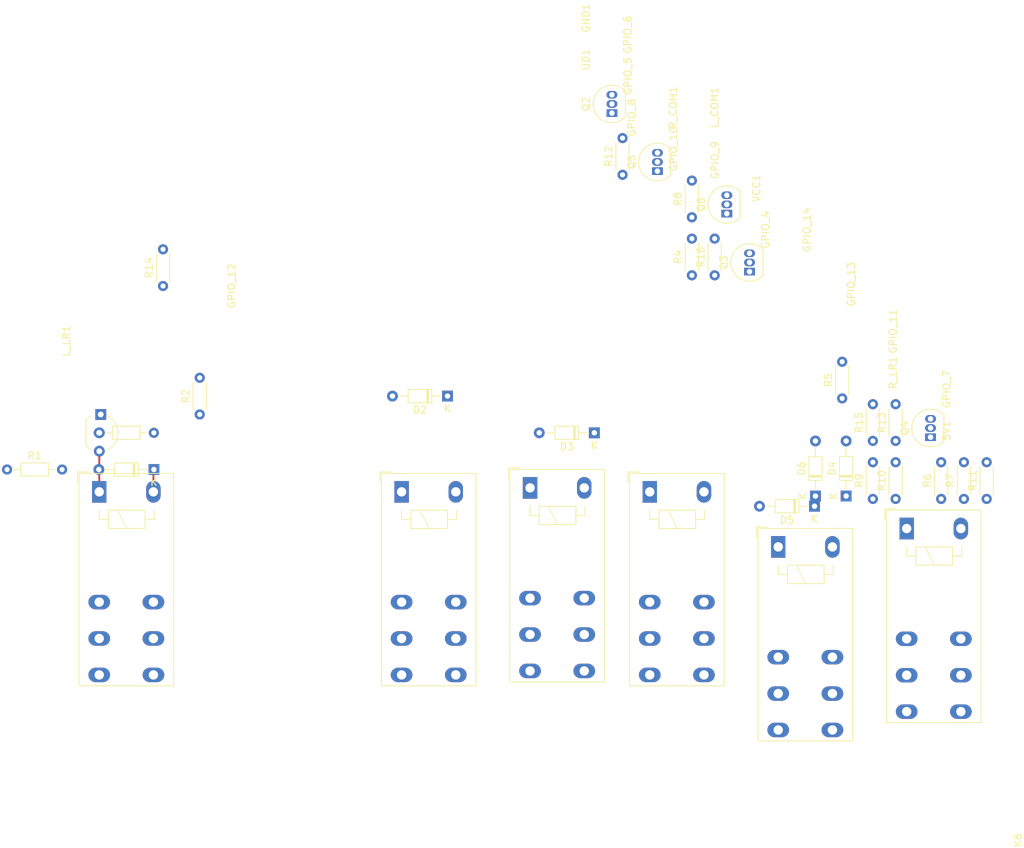
<source format=kicad_pcb>
(kicad_pcb (version 20211014) (generator pcbnew)
  (layers (0 "F.Cu" signal) (31 "B.Cu" signal) (34 "B.Paste" user) (35 "F.Paste" user) (36 "B.SilkS" user "B.Silkscreen") (37 "F.SilkS" user "F.Silkscreen") (38 "B.Mask" user) (39 "F.Mask" user) (44 "Edge.Cuts" user))
  (net 0 "")
  (net 1 "Net-(D1-Pad1)")
  (net 2 "Net-(D1-Pad2)")
  (net 3 "Net-(K2-PadA1)")
  (net 4 "Net-(K3-PadA1)")
  (net 5 "Net-(K4-PadA1)")
  (net 6 "Net-(K5-PadA1)")
  (net 7 "Net-(K6-PadA1)")
  (net 8 "Net-(K1-Pad11)")
  (net 9 "Net-(K1-Pad12)")
  (net 10 "Net-(K1-Pad14)")
  (net 14 "Net-(R4-Pad1)")
  (net 18 "Net-(R7-Pad1)")
  (net 22 "Net-(R10-Pad1)")
  (net 26 "Net-(R13-Pad1)")
  (net 30 "Net-(Q1-Pad1)")
  (net 35 "Net-(Q1-Pad2)")
  (net 36 "Net-(R6-Pad1)")
  (net 37 "Net-(R9-Pad1)")
  (net 38 "Net-(R12-Pad1)")
  (net 39 "Net-(R15-Pad1)")
  (net 40 "Net-(Q6-Pad2)")
  (net 41 "Net-(R1-Pad2)")
  (net 43 "Net-(R4-Pad2)")
  (net 45 "Net-(R7-Pad2)")
  (net 47 "Net-(R10-Pad2)")
  (net 49 "Net-(R13-Pad2)")
  (footprint "Relay_THT:Relay_DPDT_Schrack-RT2-FormC_RM5mm" (layer "F.Cu") (at 151.19 125.01 -90)
    (fp_text reference "K4" hide)
    (fp_text value "hk19f-dc5v-shg" hide)
    (fp_line (start 3.81 0) (end 3.81 -1.27) (layer "F.SilkS") (width 0.12))
    (fp_line (start -2.75 3) (end -1.25 3) (layer "F.SilkS") (width 0.12))
    (fp_line (start 5.08 -6.35) (end 2.54 -6.35) (layer "F.SilkS") (width 0.12))
    (fp_line (start 2.54 -2.54) (end 5.08 -3.81) (layer "F.SilkS") (width 0.1))
    (fp_line (start 2.54 -6.35) (end 2.54 -1.27) (layer "F.SilkS") (width 0.12))
    (fp_line (start 5.08 -1.27) (end 5.08 -6.35) (layer "F.SilkS") (width 0.12))
    (fp_line (start 2.54 -1.27) (end 3.81 -1.27) (layer "F.SilkS") (width 0.12))
    (fp_line (start 3.81 -6.35) (end 3.81 -7.62) (layer "F.SilkS") (width 0.12))
    (fp_line (start 26.85 2.8) (end 26.85 -10.3) (layer "F.SilkS") (width 0.12))
    (fp_line (start 3.81 -1.27) (end 5.08 -1.27) (layer "F.SilkS") (width 0.12))
    (fp_line (start -2.55 -10.3) (end -2.55 2.8) (layer "F.SilkS") (width 0.12))
    (fp_line (start 2.54 0) (end 3.81 0) (layer "F.SilkS") (width 0.12))
    (fp_line (start 26.85 -10.3) (end -2.55 -10.3) (layer "F.SilkS") (width 0.12))
    (fp_line (start 3.81 -7.62) (end 2.54 -7.62) (layer "F.SilkS") (width 0.12))
    (fp_line (start -2.55 2.8) (end 26.85 2.8) (layer "F.SilkS") (width 0.12))
    (fp_line (start -2.75 1.5) (end -2.75 3) (layer "F.SilkS") (width 0.12))
    (pad "11" thru_hole oval (at 20.3 0 90) (size 2 3) (drill 1.3) (layers *.Cu *.Mask) (net 22 "Net-(R10-Pad1)"))
    (pad "12" thru_hole oval (at 15.26 0 90) (size 2 3) (drill 1.3) (layers *.Cu *.Mask) (net 9 "Net-(K1-Pad12)"))
    (pad "14" thru_hole oval (at 25.34 0 90) (size 2 3) (drill 1.3) (layers *.Cu *.Mask) (net 10 "Net-(K1-Pad14)"))
    (pad "21" thru_hole oval (at 20.3 -7.5 90) (size 2 3) (drill 1.3) (layers *.Cu *.Mask))
    (pad "22" thru_hole oval (at 15.26 -7.5 90) (size 2 3) (drill 1.3) (layers *.Cu *.Mask))
    (pad "24" thru_hole oval (at 25.34 -7.5 90) (size 2 3) (drill 1.3) (layers *.Cu *.Mask))
    (pad "A1" thru_hole rect (at 0 0 90) (size 3 2) (drill 1.3) (layers *.Cu *.Mask) (net 5 "Net-(K4-PadA1)"))
    (pad "A2" thru_hole oval (at 0 -7.5 90) (size 3 2) (drill 1.3) (layers *.Cu *.Mask) (net 1 "Net-(D1-Pad1)"))
  )
  (footprint "Resistor_THT:R_Axial_DIN0204_L3.6mm_D1.6mm_P5.08mm_Horizontal" (layer "F.Cu") (at 191.52 125.99 90)
    (fp_text reference "R6" (at 2.54 -1.92 90) (layer "F.SilkS"))
    (fp_text value "220")
    (fp_line (start 0.62 -0.92) (end 4.46 -0.92) (layer "F.SilkS") (width 0.12))
    (fp_line (start 0.62 0.92) (end 4.46 0.92) (layer "F.SilkS") (width 0.12))
    (pad "1" thru_hole circle (at 0 0 90) (size 1.4 1.4) (drill 0.7) (layers *.Cu *.Mask) (net 36 "Net-(R6-Pad1)"))
    (pad "2" thru_hole oval (at 5.08 0 90) (size 1.4 1.4) (drill 0.7) (layers *.Cu *.Mask))
  )
  (footprint "Diode_THT:D_DO-34_SOD68_P7.62mm_Horizontal" (layer "F.Cu") (at 178.37 125.59 90)
    (fp_text reference "D4" (at 3.81 -1.92 90) (layer "F.SilkS"))
    (fp_text value "1N4002")
    (fp_text user "K" (at 0 -1.75 90) (layer "F.SilkS"))
    (fp_line (start 6.63 0) (end 5.45 0) (layer "F.SilkS") (width 0.12))
    (fp_line (start 2.746 -0.92) (end 2.746 0.92) (layer "F.SilkS") (width 0.12))
    (fp_line (start 5.45 -0.92) (end 2.17 -0.92) (layer "F.SilkS") (width 0.12))
    (fp_line (start 0.99 0) (end 2.17 0) (layer "F.SilkS") (width 0.12))
    (fp_line (start 2.17 -0.92) (end 2.17 0.92) (layer "F.SilkS") (width 0.12))
    (fp_line (start 2.17 0.92) (end 5.45 0.92) (layer "F.SilkS") (width 0.12))
    (fp_line (start 2.866 -0.92) (end 2.866 0.92) (layer "F.SilkS") (width 0.12))
    (fp_line (start 2.626 -0.92) (end 2.626 0.92) (layer "F.SilkS") (width 0.12))
    (fp_line (start 5.45 0.92) (end 5.45 -0.92) (layer "F.SilkS") (width 0.12))
    (pad "1" thru_hole rect (at 0 0 90) (size 1.5 1.5) (drill 0.75) (layers *.Cu *.Mask) (net 1 "Net-(D1-Pad1)"))
    (pad "2" thru_hole oval (at 7.62 0 90) (size 1.5 1.5) (drill 0.75) (layers *.Cu *.Mask) (net 5 "Net-(K4-PadA1)"))
  )
  (footprint "MountingHole:MountingHole_2.1mm" (layer "F.Cu") (at 169.16 82.99 90)
    (fp_text reference "VCC1" (at 0 -3.2 90) (layer "F.SilkS"))
    (fp_text value "L_COM")
    (pad "" np_thru_hole circle (at 0 0 90) (size 2.1 2.1) (drill 2.1) (layers *.Cu *.Mask))
  )
  (footprint "Package_TO_SOT_THT:TO-92_Inline_Wide" (layer "F.Cu") (at 75 114.3 -90)
    (fp_text reference "Q1" hide)
    (fp_text value "2N3904" hide)
    (fp_line (start 0.74 1.85) (end 4.34 1.85) (layer "F.SilkS") (width 0.12))
    (fp_arc (start 0.1836 -1.098807) (mid 1.143021 -2.192817) (end 2.54 -2.6) (layer "F.SilkS") (width 0.12))
    (fp_arc (start 2.54 -2.6) (mid 3.936979 -2.192818) (end 4.8964 -1.098807) (layer "F.SilkS") (width 0.12))
    (fp_arc (start 0.74 1.85) (mid 0.446097 1.509328) (end 0.215816 1.122795) (layer "F.SilkS") (width 0.12))
    (fp_arc (start 4.864184 1.122795) (mid 4.633903 1.509328) (end 4.34 1.85) (layer "F.SilkS") (width 0.12))
    (pad "1" thru_hole rect (at 0 -0.2 270) (size 1.5 1.5) (drill 0.8) (layers *.Cu *.Mask) (net 30 "Net-(Q1-Pad1)"))
    (pad "2" thru_hole circle (at 2.54 0 270) (size 1.5 1.5) (drill 0.8) (layers *.Cu *.Mask) (net 35 "Net-(Q1-Pad2)"))
    (pad "3" thru_hole circle (at 5.08 0 270) (size 1.5 1.5) (drill 0.8) (layers *.Cu *.Mask) (net 2 "Net-(D1-Pad2)"))
  )
  (footprint "MountingHole:MountingHole_2.1mm" (layer "F.Cu") (at 170.41 88.74 90)
    (fp_text reference "GPIO_4" (at 0 -3.2 90) (layer "F.SilkS"))
    (fp_text value "L_COM")
    (pad "" np_thru_hole circle (at 0 0 90) (size 2.1 2.1) (drill 2.1) (layers *.Cu *.Mask))
  )
  (footprint "MountingHole:MountingHole_2.1mm" (layer "F.Cu") (at 188.06 108.53 90)
    (fp_text reference "R_LR1" (at 0 -3.2 90) (layer "F.SilkS"))
    (fp_text value "L_COM")
    (pad "" np_thru_hole circle (at 0 0 90) (size 2.1 2.1) (drill 2.1) (layers *.Cu *.Mask))
  )
  (footprint "Resistor_THT:R_Axial_DIN0204_L3.6mm_D1.6mm_P5.08mm_Horizontal" (layer "F.Cu") (at 185.22 117.96 90)
    (fp_text reference "R13" (at 2.54 -1.92 90) (layer "F.SilkS"))
    (fp_text value "2.2k")
    (fp_line (start 0.62 -0.92) (end 4.46 -0.92) (layer "F.SilkS") (width 0.12))
    (fp_line (start 0.62 0.92) (end 4.46 0.92) (layer "F.SilkS") (width 0.12))
    (pad "1" thru_hole circle (at 0 0 90) (size 1.4 1.4) (drill 0.7) (layers *.Cu *.Mask) (net 26 "Net-(R13-Pad1)"))
    (pad "2" thru_hole oval (at 5.08 0 90) (size 1.4 1.4) (drill 0.7) (layers *.Cu *.Mask) (net 49 "Net-(R13-Pad2)"))
  )
  (footprint "MountingHole:MountingHole_2.1mm" (layer "F.Cu") (at 176.16 88.74 90)
    (fp_text reference "GPIO_14" (at 0 -3.2 90) (layer "F.SilkS"))
    (fp_text value "L_COM")
    (pad "" np_thru_hole circle (at 0 0 90) (size 2.1 2.1) (drill 2.1) (layers *.Cu *.Mask))
  )
  (footprint "Diode_THT:D_DO-34_SOD68_P7.62mm_Horizontal" (layer "F.Cu") (at 123.195 111.76 180)
    (fp_text reference "D2" (at 3.81 -1.92 180) (layer "F.SilkS"))
    (fp_text value "1N4002")
    (fp_text user "K" (at 0 -1.75 180) (layer "F.SilkS"))
    (fp_line (start 0.99 0) (end 2.17 0) (layer "F.SilkS") (width 0.12))
    (fp_line (start 2.17 0.92) (end 5.45 0.92) (layer "F.SilkS") (width 0.12))
    (fp_line (start 5.45 -0.92) (end 2.17 -0.92) (layer "F.SilkS") (width 0.12))
    (fp_line (start 2.626 -0.92) (end 2.626 0.92) (layer "F.SilkS") (width 0.12))
    (fp_line (start 2.17 -0.92) (end 2.17 0.92) (layer "F.SilkS") (width 0.12))
    (fp_line (start 5.45 0.92) (end 5.45 -0.92) (layer "F.SilkS") (width 0.12))
    (fp_line (start 6.63 0) (end 5.45 0) (layer "F.SilkS") (width 0.12))
    (fp_line (start 2.866 -0.92) (end 2.866 0.92) (layer "F.SilkS") (width 0.12))
    (fp_line (start 2.746 -0.92) (end 2.746 0.92) (layer "F.SilkS") (width 0.12))
    (pad "1" thru_hole rect (at 0 0 180) (size 1.5 1.5) (drill 0.75) (layers *.Cu *.Mask) (net 1 "Net-(D1-Pad1)"))
    (pad "2" thru_hole oval (at 7.62 0 180) (size 1.5 1.5) (drill 0.75) (layers *.Cu *.Mask) (net 3 "Net-(K2-PadA1)"))
  )
  (footprint "MountingHole:MountingHole_2.1mm" (layer "F.Cu") (at 145.57 65.19 90)
    (fp_text reference "UD1" (at 0 -3.2 90) (layer "F.SilkS"))
    (fp_text value "L_COM")
    (pad "" np_thru_hole circle (at 0 0 90) (size 2.1 2.1) (drill 2.1) (layers *.Cu *.Mask))
  )
  (footprint "Resistor_THT:R_Axial_DIN0204_L3.6mm_D1.6mm_P5.08mm_Horizontal" (layer "F.Cu") (at 182.07 125.99 90)
    (fp_text reference "R9" (at 2.54 -1.92 90) (layer "F.SilkS"))
    (fp_text value "220")
    (fp_line (start 0.62 -0.92) (end 4.46 -0.92) (layer "F.SilkS") (width 0.12))
    (fp_line (start 0.62 0.92) (end 4.46 0.92) (layer "F.SilkS") (width 0.12))
    (pad "1" thru_hole circle (at 0 0 90) (size 1.4 1.4) (drill 0.7) (layers *.Cu *.Mask) (net 37 "Net-(R9-Pad1)"))
    (pad "2" thru_hole oval (at 5.08 0 90) (size 1.4 1.4) (drill 0.7) (layers *.Cu *.Mask))
  )
  (footprint "Resistor_THT:R_Axial_DIN0204_L3.6mm_D1.6mm_P7.62mm_Horizontal" (layer "F.Cu") (at 62.23 121.92)
    (fp_text reference "R1" (at 3.81 -1.92) (layer "F.SilkS"))
    (fp_text value "2.2k")
    (fp_line (start 1.89 0.92) (end 5.73 0.92) (layer "F.SilkS") (width 0.12))
    (fp_line (start 5.73 0.92) (end 5.73 -0.92) (layer "F.SilkS") (width 0.12))
    (fp_line (start 1.89 -0.92) (end 1.89 0.92) (layer "F.SilkS") (width 0.12))
    (fp_line (start 6.68 0) (end 5.73 0) (layer "F.SilkS") (width 0.12))
    (fp_line (start 0.94 0) (end 1.89 0) (layer "F.SilkS") (width 0.12))
    (fp_line (start 5.73 -0.92) (end 1.89 -0.92) (layer "F.SilkS") (width 0.12))
    (pad "1" thru_hole circle (at 0 0) (size 1.4 1.4) (drill 0.7) (layers *.Cu *.Mask) (net 8 "Net-(K1-Pad11)"))
    (pad "2" thru_hole oval (at 7.62 0) (size 1.4 1.4) (drill 0.7) (layers *.Cu *.Mask) (net 41 "Net-(R1-Pad2)"))
  )
  (footprint "Resistor_THT:R_Axial_DIN0204_L3.6mm_D1.6mm_P5.08mm_Horizontal" (layer "F.Cu") (at 182.07 117.96 90)
    (fp_text reference "R15" (at 2.54 -1.92 90) (layer "F.SilkS"))
    (fp_text value "220")
    (fp_line (start 0.62 -0.92) (end 4.46 -0.92) (layer "F.SilkS") (width 0.12))
    (fp_line (start 0.62 0.92) (end 4.46 0.92) (layer "F.SilkS") (width 0.12))
    (pad "1" thru_hole circle (at 0 0 90) (size 1.4 1.4) (drill 0.7) (layers *.Cu *.Mask) (net 39 "Net-(R15-Pad1)"))
    (pad "2" thru_hole oval (at 5.08 0 90) (size 1.4 1.4) (drill 0.7) (layers *.Cu *.Mask))
  )
  (footprint "Resistor_THT:R_Axial_DIN0204_L3.6mm_D1.6mm_P5.08mm_Horizontal" (layer "F.Cu") (at 147.42 81.13 90)
    (fp_text reference "R12" (at 2.54 -1.92 90) (layer "F.SilkS"))
    (fp_text value "220")
    (fp_line (start 0.62 -0.92) (end 4.46 -0.92) (layer "F.SilkS") (width 0.12))
    (fp_line (start 0.62 0.92) (end 4.46 0.92) (layer "F.SilkS") (width 0.12))
    (pad "1" thru_hole circle (at 0 0 90) (size 1.4 1.4) (drill 0.7) (layers *.Cu *.Mask) (net 38 "Net-(R12-Pad1)"))
    (pad "2" thru_hole oval (at 5.08 0 90) (size 1.4 1.4) (drill 0.7) (layers *.Cu *.Mask))
  )
  (footprint "Package_TO_SOT_THT:TO-92_Inline" (layer "F.Cu") (at 152.25 80.62 90)
    (fp_text reference "Q5" (at 1.27 -3.56 90) (layer "F.SilkS"))
    (fp_text value "2N3904")
    (fp_line (start -0.53 1.85) (end 3.07 1.85) (layer "F.SilkS") (width 0.12))
    (fp_arc (start -0.568478 1.838478) (mid -1.132087 -0.994977) (end 1.27 -2.6) (layer "F.SilkS") (width 0.12))
    (fp_arc (start 1.27 -2.6) (mid 3.672087 -0.994977) (end 3.108478 1.838478) (layer "F.SilkS") (width 0.12))
    (pad "1" thru_hole rect (at 0 0 90) (size 1.05 1.5) (drill 0.75) (layers *.Cu *.Mask) (net 30 "Net-(Q1-Pad1)"))
    (pad "2" thru_hole oval (at 1.27 0 90) (size 1.05 1.5) (drill 0.75) (layers *.Cu *.Mask) (net 39 "Net-(R15-Pad1)"))
    (pad "3" thru_hole oval (at 2.54 0 90) (size 1.05 1.5) (drill 0.75) (layers *.Cu *.Mask) (net 6 "Net-(K5-PadA1)"))
  )
  (footprint "MountingHole:MountingHole_2.1mm" (layer "F.Cu") (at 73.66 104.14 90)
    (fp_text reference "L_LR1" (at 0 -3.2 90) (layer "F.SilkS"))
    (fp_text value "L_COM")
    (pad "" np_thru_hole circle (at 0 0 90) (size 2.1 2.1) (drill 2.1) (layers *.Cu *.Mask))
  )
  (footprint "Resistor_THT:R_Axial_DIN0204_L3.6mm_D1.6mm_P5.08mm_Horizontal" (layer "F.Cu") (at 157.02 95.04 90)
    (fp_text reference "R4" (at 2.54 -1.92 90) (layer "F.SilkS"))
    (fp_text value "2.2k")
    (fp_line (start 0.62 -0.92) (end 4.46 -0.92) (layer "F.SilkS") (width 0.12))
    (fp_line (start 0.62 0.92) (end 4.46 0.92) (layer "F.SilkS") (width 0.12))
    (pad "1" thru_hole circle (at 0 0 90) (size 1.4 1.4) (drill 0.7) (layers *.Cu *.Mask) (net 14 "Net-(R4-Pad1)"))
    (pad "2" thru_hole oval (at 5.08 0 90) (size 1.4 1.4) (drill 0.7) (layers *.Cu *.Mask) (net 43 "Net-(R4-Pad2)"))
  )
  (footprint "MountingHole:MountingHole_2.1mm" (layer "F.Cu") (at 195.46 116.56 90)
    (fp_text reference "5V1" (at 0 -3.2 90) (layer "F.SilkS"))
    (fp_text value "L_COM")
    (pad "" np_thru_hole circle (at 0 0 90) (size 2.1 2.1) (drill 2.1) (layers *.Cu *.Mask))
  )
  (footprint "Package_TO_SOT_THT:TO-92_Inline" (layer "F.Cu") (at 165 94.53 90)
    (fp_text reference "Q3" (at 1.27 -3.56 90) (layer "F.SilkS"))
    (fp_text value "2N3904")
    (fp_line (start -0.53 1.85) (end 3.07 1.85) (layer "F.SilkS") (width 0.12))
    (fp_arc (start 1.27 -2.6) (mid 3.672087 -0.994977) (end 3.108478 1.838478) (layer "F.SilkS") (width 0.12))
    (fp_arc (start -0.568478 1.838478) (mid -1.132087 -0.994977) (end 1.27 -2.6) (layer "F.SilkS") (width 0.12))
    (pad "1" thru_hole rect (at 0 0 90) (size 1.05 1.5) (drill 0.75) (layers *.Cu *.Mask) (net 30 "Net-(Q1-Pad1)"))
    (pad "2" thru_hole oval (at 1.27 0 90) (size 1.05 1.5) (drill 0.75) (layers *.Cu *.Mask) (net 37 "Net-(R9-Pad1)"))
    (pad "3" thru_hole oval (at 2.54 0 90) (size 1.05 1.5) (drill 0.75) (layers *.Cu *.Mask) (net 4 "Net-(K3-PadA1)"))
  )
  (footprint "MountingHole:MountingHole_2.1mm" (layer "F.Cu") (at 151.36 67.47 90)
    (fp_text reference "GPIO_5" (at 0 -3.2 90) (layer "F.SilkS"))
    (fp_text value "L_COM")
    (pad "" np_thru_hole circle (at 0 0 90) (size 2.1 2.1) (drill 2.1) (layers *.Cu *.Mask))
  )
  (footprint "Package_TO_SOT_THT:TO-92_Inline" (layer "F.Cu") (at 145.95 72.59 90)
    (fp_text reference "Q2" (at 1.27 -3.56 90) (layer "F.SilkS"))
    (fp_text value "2N3904")
    (fp_line (start -0.53 1.85) (end 3.07 1.85) (layer "F.SilkS") (width 0.12))
    (fp_arc (start -0.568478 1.838478) (mid -1.132087 -0.994977) (end 1.27 -2.6) (layer "F.SilkS") (width 0.12))
    (fp_arc (start 1.27 -2.6) (mid 3.672087 -0.994977) (end 3.108478 1.838478) (layer "F.SilkS") (width 0.12))
    (pad "1" thru_hole rect (at 0 0 90) (size 1.05 1.5) (drill 0.75) (layers *.Cu *.Mask) (net 30 "Net-(Q1-Pad1)"))
    (pad "2" thru_hole oval (at 1.27 0 90) (size 1.05 1.5) (drill 0.75) (layers *.Cu *.Mask) (net 36 "Net-(R6-Pad1)"))
    (pad "3" thru_hole oval (at 2.54 0 90) (size 1.05 1.5) (drill 0.75) (layers *.Cu *.Mask) (net 3 "Net-(K2-PadA1)"))
  )
  (footprint "Resistor_THT:R_Axial_DIN0204_L3.6mm_D1.6mm_P5.08mm_Horizontal" (layer "F.Cu") (at 88.9 114.3 90)
    (fp_text reference "R2" (at 2.54 -1.92 90) (layer "F.SilkS"))
    (fp_text value "1k")
    (fp_line (start 0.62 -0.92) (end 4.46 -0.92) (layer "F.SilkS") (width 0.12))
    (fp_line (start 0.62 0.92) (end 4.46 0.92) (layer "F.SilkS") (width 0.12))
    (pad "1" thru_hole circle (at 0 0 90) (size 1.4 1.4) (drill 0.7) (layers *.Cu *.Mask) (net 41 "Net-(R1-Pad2)"))
    (pad "2" thru_hole oval (at 5.08 0 90) (size 1.4 1.4) (drill 0.7) (layers *.Cu *.Mask) (net 30 "Net-(Q1-Pad1)"))
  )
  (footprint "Diode_THT:D_DO-34_SOD68_P7.62mm_Horizontal" (layer "F.Cu") (at 82.555 121.92 180)
    (fp_text reference "D1" hide)
    (fp_text value "1N4002" hide)
    (fp_text user "K" (at 0 -1.75) (layer "F.SilkS"))
    (fp_line (start 2.866 -0.92) (end 2.866 0.92) (layer "F.SilkS") (width 0.12))
    (fp_line (start 2.17 0.92) (end 5.45 0.92) (layer "F.SilkS") (width 0.12))
    (fp_line (start 2.17 -0.92) (end 2.17 0.92) (layer "F.SilkS") (width 0.12))
    (fp_line (start 5.45 -0.92) (end 2.17 -0.92) (layer "F.SilkS") (width 0.12))
    (fp_line (start 2.746 -0.92) (end 2.746 0.92) (layer "F.SilkS") (width 0.12))
    (fp_line (start 2.626 -0.92) (end 2.626 0.92) (layer "F.SilkS") (width 0.12))
    (fp_line (start 0.99 0) (end 2.17 0) (layer "F.SilkS") (width 0.12))
    (fp_line (start 6.63 0) (end 5.45 0) (layer "F.SilkS") (width 0.12))
    (fp_line (start 5.45 0.92) (end 5.45 -0.92) (layer "F.SilkS") (width 0.12))
    (pad "1" thru_hole rect (at 0 0 180) (size 1.5 1.5) (drill 0.75) (layers *.Cu *.Mask) (net 1 "Net-(D1-Pad1)"))
    (pad "2" thru_hole oval (at 7.62 0 180) (size 1.5 1.5) (drill 0.75) (layers *.Cu *.Mask) (net 2 "Net-(D1-Pad2)"))
  )
  (footprint "Resistor_THT:R_Axial_DIN0204_L3.6mm_D1.6mm_P5.08mm_Horizontal" (layer "F.Cu") (at 197.82 125.99 90)
    (fp_text reference "R11" (at 2.54 -1.92 90) (layer "F.SilkS"))
    (fp_text value "1k")
    (fp_line (start 0.62 0.92) (end 4.46 0.92) (layer "F.SilkS") (width 0.12))
    (fp_line (start 0.62 -0.92) (end 4.46 -0.92) (layer "F.SilkS") (width 0.12))
    (pad "1" thru_hole circle (at 0 0 90) (size 1.4 1.4) (drill 0.7) (layers *.Cu *.Mask) (net 47 "Net-(R10-Pad2)"))
    (pad "2" thru_hole oval (at 5.08 0 90) (size 1.4 1.4) (drill 0.7) (layers *.Cu *.Mask) (net 30 "Net-(Q1-Pad1)"))
  )
  (footprint "Relay_THT:Relay_DPDT_Schrack-RT2-FormC_RM5mm" (layer "F.Cu") (at 116.84 125.01 -90)
    (fp_text reference "K2" hide)
    (fp_text value "hk19f-dc5v-shg" hide)
    (fp_line (start 3.81 -1.27) (end 5.08 -1.27) (layer "F.SilkS") (width 0.12))
    (fp_line (start 26.85 2.8) (end 26.85 -10.3) (layer "F.SilkS") (width 0.12))
    (fp_line (start 5.08 -6.35) (end 2.54 -6.35) (layer "F.SilkS") (width 0.12))
    (fp_line (start -2.55 -10.3) (end -2.55 2.8) (layer "F.SilkS") (width 0.12))
    (fp_line (start 3.81 0) (end 3.81 -1.27) (layer "F.SilkS") (width 0.12))
    (fp_line (start 3.81 -7.62) (end 2.54 -7.62) (layer "F.SilkS") (width 0.12))
    (fp_line (start -2.55 2.8) (end 26.85 2.8) (layer "F.SilkS") (width 0.12))
    (fp_line (start 5.08 -1.27) (end 5.08 -6.35) (layer "F.SilkS") (width 0.12))
    (fp_line (start 2.54 -6.35) (end 2.54 -1.27) (layer "F.SilkS") (width 0.12))
    (fp_line (start 2.54 0) (end 3.81 0) (layer "F.SilkS") (width 0.12))
    (fp_line (start -2.75 1.5) (end -2.75 3) (layer "F.SilkS") (width 0.12))
    (fp_line (start 2.54 -2.54) (end 5.08 -3.81) (layer "F.SilkS") (width 0.1))
    (fp_line (start 26.85 -10.3) (end -2.55 -10.3) (layer "F.SilkS") (width 0.12))
    (fp_line (start 3.81 -6.35) (end 3.81 -7.62) (layer "F.SilkS") (width 0.12))
    (fp_line (start -2.75 3) (end -1.25 3) (layer "F.SilkS") (width 0.12))
    (fp_line (start 2.54 -1.27) (end 3.81 -1.27) (layer "F.SilkS") (width 0.12))
    (pad "11" thru_hole oval (at 20.3 0 90) (size 2 3) (drill 1.3) (layers *.Cu *.Mask) (net 14 "Net-(R4-Pad1)"))
    (pad "12" thru_hole oval (at 15.26 0 90) (size 2 3) (drill 1.3) (layers *.Cu *.Mask) (net 9 "Net-(K1-Pad12)"))
    (pad "14" thru_hole oval (at 25.34 0 90) (size 2 3) (drill 1.3) (layers *.Cu *.Mask) (net 10 "Net-(K1-Pad14)"))
    (pad "21" thru_hole oval (at 20.3 -7.5 90) (size 2 3) (drill 1.3) (layers *.Cu *.Mask))
    (pad "22" thru_hole oval (at 15.26 -7.5 90) (size 2 3) (drill 1.3) (layers *.Cu *.Mask))
    (pad "24" thru_hole oval (at 25.34 -7.5 90) (size 2 3) (drill 1.3) (layers *.Cu *.Mask))
    (pad "A1" thru_hole rect (at 0 0 90) (size 3 2) (drill 1.3) (layers *.Cu *.Mask) (net 3 "Net-(K2-PadA1)"))
    (pad "A2" thru_hole oval (at 0 -7.5 90) (size 3 2) (drill 1.3) (layers *.Cu *.Mask) (net 1 "Net-(D1-Pad1)"))
  )
  (footprint "MountingHole:MountingHole_2.1mm" (layer "F.Cu") (at 151.32 61.72 90)
    (fp_text reference "GPIO_6" (at 0 -3.2 90) (layer "F.SilkS"))
    (fp_text value "L_COM")
    (pad "" np_thru_hole circle (at 0 0 90) (size 2.1 2.1) (drill 2.1) (layers *.Cu *.Mask))
  )
  (footprint "MountingHole:MountingHole_2.1mm" (layer "F.Cu") (at 182.27 96.27 90)
    (fp_text reference "GPIO_13" (at 0 -3.2 90) (layer "F.SilkS"))
    (fp_text value "L_COM")
    (pad "" np_thru_hole circle (at 0 0 90) (size 2.1 2.1) (drill 2.1) (layers *.Cu *.Mask))
  )
  (footprint "MountingHole:MountingHole_2.1mm" (layer "F.Cu") (at 195.46 110.81 90)
    (fp_text reference "GPIO_7" (at 0 -3.2 90) (layer "F.SilkS"))
    (fp_text value "L_COM")
    (pad "" np_thru_hole circle (at 0 0 90) (size 2.1 2.1) (drill 2.1) (layers *.Cu *.Mask))
  )
  (footprint "Package_TO_SOT_THT:TO-92_Inline" (layer "F.Cu") (at 190.05 117.45 90)
    (fp_text reference "Q4" (at 1.27 -3.56 90) (layer "F.SilkS"))
    (fp_text value "2N3904")
    (fp_line (start -0.53 1.85) (end 3.07 1.85) (layer "F.SilkS") (width 0.12))
    (fp_arc (start 1.27 -2.6) (mid 3.672087 -0.994977) (end 3.108478 1.838478) (layer "F.SilkS") (width 0.12))
    (fp_arc (start -0.568478 1.838478) (mid -1.132087 -0.994977) (end 1.27 -2.6) (layer "F.SilkS") (width 0.12))
    (pad "1" thru_hole rect (at 0 0 90) (size 1.05 1.5) (drill 0.75) (layers *.Cu *.Mask) (net 30 "Net-(Q1-Pad1)"))
    (pad "2" thru_hole oval (at 1.27 0 90) (size 1.05 1.5) (drill 0.75) (layers *.Cu *.Mask) (net 38 "Net-(R12-Pad1)"))
    (pad "3" thru_hole oval (at 2.54 0 90) (size 1.05 1.5) (drill 0.75) (layers *.Cu *.Mask) (net 5 "Net-(K4-PadA1)"))
  )
  (footprint "Relay_THT:Relay_DPDT_Schrack-RT2-FormC_RM5mm" (layer "F.Cu") (at 168.97 132.63 -90)
    (fp_text reference "K5" hide)
    (fp_text value "hk19f-dc5v-shg" hide)
    (fp_line (start 26.85 2.8) (end 26.85 -10.3) (layer "F.SilkS") (width 0.12))
    (fp_line (start 3.81 0) (end 3.81 -1.27) (layer "F.SilkS") (width 0.12))
    (fp_line (start 2.54 -1.27) (end 3.81 -1.27) (layer "F.SilkS") (width 0.12))
    (fp_line (start 3.81 -7.62) (end 2.54 -7.62) (layer "F.SilkS") (width 0.12))
    (fp_line (start 3.81 -1.27) (end 5.08 -1.27) (layer "F.SilkS") (width 0.12))
    (fp_line (start 2.54 0) (end 3.81 0) (layer "F.SilkS") (width 0.12))
    (fp_line (start 5.08 -6.35) (end 2.54 -6.35) (layer "F.SilkS") (width 0.12))
    (fp_line (start 5.08 -1.27) (end 5.08 -6.35) (layer "F.SilkS") (width 0.12))
    (fp_line (start 2.54 -2.54) (end 5.08 -3.81) (layer "F.SilkS") (width 0.1))
    (fp_line (start 3.81 -6.35) (end 3.81 -7.62) (layer "F.SilkS") (width 0.12))
    (fp_line (start -2.75 3) (end -1.25 3) (layer "F.SilkS") (width 0.12))
    (fp_line (start 2.54 -6.35) (end 2.54 -1.27) (layer "F.SilkS") (width 0.12))
    (fp_line (start -2.55 -10.3) (end -2.55 2.8) (layer "F.SilkS") (width 0.12))
    (fp_line (start -2.75 1.5) (end -2.75 3) (layer "F.SilkS") (width 0.12))
    (fp_line (start 26.85 -10.3) (end -2.55 -10.3) (layer "F.SilkS") (width 0.12))
    (fp_line (start -2.55 2.8) (end 26.85 2.8) (layer "F.SilkS") (width 0.12))
    (pad "11" thru_hole oval (at 20.3 0 90) (size 2 3) (drill 1.3) (layers *.Cu *.Mask) (net 26 "Net-(R13-Pad1)"))
    (pad "12" thru_hole oval (at 15.26 0 90) (size 2 3) (drill 1.3) (layers *.Cu *.Mask) (net 9 "Net-(K1-Pad12)"))
    (pad "14" thru_hole oval (at 25.34 0 90) (size 2 3) (drill 1.3) (layers *.Cu *.Mask) (net 10 "Net-(K1-Pad14)"))
    (pad "21" thru_hole oval (at 20.3 -7.5 90) (size 2 3) (drill 1.3) (layers *.Cu *.Mask))
    (pad "22" thru_hole oval (at 15.26 -7.5 90) (size 2 3) (drill 1.3) (layers *.Cu *.Mask))
    (pad "24" thru_hole oval (at 25.34 -7.5 90) (size 2 3) (drill 1.3) (layers *.Cu *.Mask))
    (pad "A1" thru_hole rect (at 0 0 90) (size 3 2) (drill 1.3) (layers *.Cu *.Mask) (net 6 "Net-(K5-PadA1)"))
    (pad "A2" thru_hole oval (at 0 -7.5 90) (size 3 2) (drill 1.3) (layers *.Cu *.Mask) (net 1 "Net-(D1-Pad1)"))
  )
  (footprint "Package_TO_SOT_THT:TO-92_Inline" (layer "F.Cu") (at 161.85 86.5 90)
    (fp_text reference "Q6" (at 1.27 -3.56 90) (layer "F.SilkS"))
    (fp_text value "2N3904")
    (fp_line (start -0.53 1.85) (end 3.07 1.85) (layer "F.SilkS") (width 0.12))
    (fp_arc (start 1.27 -2.6) (mid 3.672087 -0.994977) (end 3.108478 1.838478) (layer "F.SilkS") (width 0.12))
    (fp_arc (start -0.568478 1.838478) (mid -1.132087 -0.994977) (end 1.27 -2.6) (layer "F.SilkS") (width 0.12))
    (pad "1" thru_hole rect (at 0 0 90) (size 1.05 1.5) (drill 0.75) (layers *.Cu *.Mask) (net 30 "Net-(Q1-Pad1)"))
    (pad "2" thru_hole oval (at 1.27 0 90) (size 1.05 1.5) (drill 0.75) (layers *.Cu *.Mask) (net 40 "Net-(Q6-Pad2)"))
    (pad "3" thru_hole oval (at 2.54 0 90) (size 1.05 1.5) (drill 0.75) (layers *.Cu *.Mask) (net 7 "Net-(K6-PadA1)"))
  )
  (footprint "MountingHole:MountingHole_2.1mm" (layer "F.Cu") (at 157.66 77.58 90)
    (fp_text reference "GPIO_10" (at 0 -3.2 90) (layer "F.SilkS"))
    (fp_text value "L_COM")
    (pad "" np_thru_hole circle (at 0 0 90) (size 2.1 2.1) (drill 2.1) (layers *.Cu *.Mask))
  )
  (footprint "Resistor_THT:R_Axial_DIN0204_L3.6mm_D1.6mm_P5.08mm_Horizontal" (layer "F.Cu") (at 185.22 125.99 90)
    (fp_text reference "R10" (at 2.54 -1.92 90) (layer "F.SilkS"))
    (fp_text value "2.2k")
    (fp_line (start 0.62 0.92) (end 4.46 0.92) (layer "F.SilkS") (width 0.12))
    (fp_line (start 0.62 -0.92) (end 4.46 -0.92) (layer "F.SilkS") (width 0.12))
    (pad "1" thru_hole circle (at 0 0 90) (size 1.4 1.4) (drill 0.7) (layers *.Cu *.Mask) (net 22 "Net-(R10-Pad1)"))
    (pad "2" thru_hole oval (at 5.08 0 90) (size 1.4 1.4) (drill 0.7) (layers *.Cu *.Mask) (net 47 "Net-(R10-Pad2)"))
  )
  (footprint "MountingHole:MountingHole_2.1mm" (layer "F.Cu") (at 151.87 73.22 90)
    (fp_text reference "GPIO_8" (at 0 -3.2 90) (layer "F.SilkS"))
    (fp_text value "L_COM")
    (pad "" np_thru_hole circle (at 0 0 90) (size 2.1 2.1) (drill 2.1) (layers *.Cu *.Mask))
  )
  (footprint "MountingHole:MountingHole_2.1mm" (layer "F.Cu") (at 188.06 102.78 90)
    (fp_text reference "GPIO_11" (at 0 -3.2 90) (layer "F.SilkS"))
    (fp_text value "L_COM")
    (pad "" np_thru_hole circle (at 0 0 90) (size 2.1 2.1) (drill 2.1) (layers *.Cu *.Mask))
  )
  (footprint "Resistor_THT:R_Axial_DIN0204_L3.6mm_D1.6mm_P7.62mm_Horizontal" (layer "F.Cu") (at 74.93 116.84)
    (fp_text reference "R3" hide)
    (fp_text value "220" hide)
    (fp_line (start 0.94 0) (end 1.89 0) (layer "F.SilkS") (width 0.12))
    (fp_line (start 1.89 -0.92) (end 1.89 0.92) (layer "F.SilkS") (width 0.12))
    (fp_line (start 5.73 -0.92) (end 1.89 -0.92) (layer "F.SilkS") (width 0.12))
    (fp_line (start 6.68 0) (end 5.73 0) (layer "F.SilkS") (width 0.12))
    (fp_line (start 5.73 0.92) (end 5.73 -0.92) (layer "F.SilkS") (width 0.12))
    (fp_line (start 1.89 0.92) (end 5.73 0.92) (layer "F.SilkS") (width 0.12))
    (pad "1" thru_hole circle (at 0 0) (size 1.4 1.4) (drill 0.7) (layers *.Cu *.Mask) (net 35 "Net-(Q1-Pad2)"))
    (pad "2" thru_hole oval (at 7.62 0) (size 1.4 1.4) (drill 0.7) (layers *.Cu *.Mask))
  )
  (footprint "Resistor_THT:R_Axial_DIN0204_L3.6mm_D1.6mm_P5.08mm_Horizontal" (layer "F.Cu") (at 194.67 125.99 90)
    (fp_text reference "R7" (at 2.54 -1.92 90) (layer "F.SilkS"))
    (fp_text value "2.2k")
    (fp_line (start 0.62 -0.92) (end 4.46 -0.92) (layer "F.SilkS") (width 0.12))
    (fp_line (start 0.62 0.92) (end 4.46 0.92) (layer "F.SilkS") (width 0.12))
    (pad "1" thru_hole circle (at 0 0 90) (size 1.4 1.4) (drill 0.7) (layers *.Cu *.Mask) (net 18 "Net-(R7-Pad1)"))
    (pad "2" thru_hole oval (at 5.08 0 90) (size 1.4 1.4) (drill 0.7) (layers *.Cu *.Mask) (net 45 "Net-(R7-Pad2)"))
  )
  (footprint "Diode_THT:D_DO-34_SOD68_P7.62mm_Horizontal" (layer "F.Cu") (at 143.515 116.84 180)
    (fp_text reference "D3" (at 3.81 -1.92) (layer "F.SilkS"))
    (fp_text value "1N4002")
    (fp_text user "K" (at 0 -1.75) (layer "F.SilkS"))
    (fp_line (start 5.45 0.92) (end 5.45 -0.92) (layer "F.SilkS") (width 0.12))
    (fp_line (start 0.99 0) (end 2.17 0) (layer "F.SilkS") (width 0.12))
    (fp_line (start 5.45 -0.92) (end 2.17 -0.92) (layer "F.SilkS") (width 0.12))
    (fp_line (start 2.866 -0.92) (end 2.866 0.92) (layer "F.SilkS") (width 0.12))
    (fp_line (start 2.17 0.92) (end 5.45 0.92) (layer "F.SilkS") (width 0.12))
    (fp_line (start 2.626 -0.92) (end 2.626 0.92) (layer "F.SilkS") (width 0.12))
    (fp_line (start 2.17 -0.92) (end 2.17 0.92) (layer "F.SilkS") (width 0.12))
    (fp_line (start 6.63 0) (end 5.45 0) (layer "F.SilkS") (width 0.12))
    (fp_line (start 2.746 -0.92) (end 2.746 0.92) (layer "F.SilkS") (width 0.12))
    (pad "1" thru_hole rect (at 0 0 180) (size 1.5 1.5) (drill 0.75) (layers *.Cu *.Mask) (net 1 "Net-(D1-Pad1)"))
    (pad "2" thru_hole oval (at 7.62 0 180) (size 1.5 1.5) (drill 0.75) (layers *.Cu *.Mask) (net 4 "Net-(K3-PadA1)"))
  )
  (footprint "Relay_THT:Relay_DPDT_Schrack-RT2-FormC_RM5mm" (layer "F.Cu") (at 186.75 130.09 -90)
    (fp_text reference "K6" (at 43.13 -15.41 90) (layer "F.SilkS"))
    (fp_text value "hk19f-dc5v-shg" hide)
    (fp_line (start 26.85 2.8) (end 26.85 -10.3) (layer "F.SilkS") (width 0.12))
    (fp_line (start -2.75 1.5) (end -2.75 3) (layer "F.SilkS") (width 0.12))
    (fp_line (start 5.08 -1.27) (end 5.08 -6.35) (layer "F.SilkS") (width 0.12))
    (fp_line (start -2.55 2.8) (end 26.85 2.8) (layer "F.SilkS") (width 0.12))
    (fp_line (start 2.54 -6.35) (end 2.54 -1.27) (layer "F.SilkS") (width 0.12))
    (fp_line (start 3.81 0) (end 3.81 -1.27) (layer "F.SilkS") (width 0.12))
    (fp_line (start -2.75 3) (end -1.25 3) (layer "F.SilkS") (width 0.12))
    (fp_line (start 2.54 0) (end 3.81 0) (layer "F.SilkS") (width 0.12))
    (fp_line (start 2.54 -2.54) (end 5.08 -3.81) (layer "F.SilkS") (width 0.1))
    (fp_line (start 5.08 -6.35) (end 2.54 -6.35) (layer "F.SilkS") (width 0.12))
    (fp_line (start 3.81 -7.62) (end 2.54 -7.62) (layer "F.SilkS") (width 0.12))
    (fp_line (start 2.54 -1.27) (end 3.81 -1.27) (layer "F.SilkS") (width 0.12))
    (fp_line (start 3.81 -1.27) (end 5.08 -1.27) (layer "F.SilkS") (width 0.12))
    (fp_line (start 26.85 -10.3) (end -2.55 -10.3) (layer "F.SilkS") (width 0.12))
    (fp_line (start 3.81 -6.35) (end 3.81 -7.62) (layer "F.SilkS") (width 0.12))
    (fp_line (start -2.55 -10.3) (end -2.55 2.8) (layer "F.SilkS") (width 0.12))
    (pad "11" thru_hole oval (at 20.3 0 90) (size 2 3) (drill 1.3) (layers *.Cu *.Mask) (net 30 "Net-(Q1-Pad1)"))
    (pad "12" thru_hole oval (at 15.26 0 90) (size 2 3) (drill 1.3) (layers *.Cu *.Mask))
    (pad "14" thru_hole oval (at 25.34 0 90) (size 2 3) (drill 1.3) (layers *.Cu *.Mask) (net 9 "Net-(K1-Pad12)"))
    (pad "21" thru_hole oval (at 20.3 -7.5 90) (size 2 3) (drill 1.3) (layers *.Cu *.Mask))
    (pad "22" thru_hole oval (at 15.26 -7.5 90) (size 2 3) (drill 1.3) (layers *.Cu *.Mask))
    (pad "24" thru_hole oval (at 25.34 -7.5 90) (size 2 3) (drill 1.3) (layers *.Cu *.Mask))
    (pad "A1" thru_hole rect (at 0 0 90) (size 3 2) (drill 1.3) (layers *.Cu *.Mask) (net 7 "Net-(K6-PadA1)"))
    (pad "A2" thru_hole oval (at 0 -7.5 90) (size 3 2) (drill 1.3) (layers *.Cu *.Mask) (net 1 "Net-(D1-Pad1)"))
  )
  (footprint "Relay_THT:Relay_DPDT_Schrack-RT2-FormC_RM5mm" (layer "F.Cu") (at 74.99 125.01 -90)
    (fp_text reference "K1" hide)
    (fp_text value "hk19f-dc5v-shg" hide)
    (fp_line (start 3.81 0) (end 3.81 -1.27) (layer "F.SilkS") (width 0.12))
    (fp_line (start -2.75 1.5) (end -2.75 3) (layer "F.SilkS") (width 0.12))
    (fp_line (start 3.81 -7.62) (end 2.54 -7.62) (layer "F.SilkS") (width 0.12))
    (fp_line (start -2.55 -10.3) (end -2.55 2.8) (layer "F.SilkS") (width 0.12))
    (fp_line (start 3.81 -6.35) (end 3.81 -7.62) (layer "F.SilkS") (width 0.12))
    (fp_line (start 2.54 -6.35) (end 2.54 -1.27) (layer "F.SilkS") (width 0.12))
    (fp_line (start 2.54 -2.54) (end 5.08 -3.81) (layer "F.SilkS") (width 0.1))
    (fp_line (start 2.54 0) (end 3.81 0) (layer "F.SilkS") (width 0.12))
    (fp_line (start 26.85 2.8) (end 26.85 -10.3) (layer "F.SilkS") (width 0.12))
    (fp_line (start 3.81 -1.27) (end 5.08 -1.27) (layer "F.SilkS") (width 0.12))
    (fp_line (start -2.55 2.8) (end 26.85 2.8) (layer "F.SilkS") (width 0.12))
    (fp_line (start 2.54 -1.27) (end 3.81 -1.27) (layer "F.SilkS") (width 0.12))
    (fp_line (start 26.85 -10.3) (end -2.55 -10.3) (layer "F.SilkS") (width 0.12))
    (fp_line (start 5.08 -1.27) (end 5.08 -6.35) (layer "F.SilkS") (width 0.12))
    (fp_line (start -2.75 3) (end -1.25 3) (layer "F.SilkS") (width 0.12))
    (fp_line (start 5.08 -6.35) (end 2.54 -6.35) (layer "F.SilkS") (width 0.12))
    (pad "11" thru_hole oval (at 20.3 0 90) (size 2 3) (drill 1.3) (layers *.Cu *.Mask) (net 8 "Net-(K1-Pad11)"))
    (pad "12" thru_hole oval (at 15.26 0 90) (size 2 3) (drill 1.3) (layers *.Cu *.Mask) (net 9 "Net-(K1-Pad12)"))
    (pad "14" thru_hole oval (at 25.34 0 90) (size 2 3) (drill 1.3) (layers *.Cu *.Mask) (net 10 "Net-(K1-Pad14)"))
    (pad "21" thru_hole oval (at 20.3 -7.5 90) (size 2 3) (drill 1.3) (layers *.Cu *.Mask))
    (pad "22" thru_hole oval (at 15.26 -7.5 90) (size 2 3) (drill 1.3) (layers *.Cu *.Mask))
    (pad "24" thru_hole oval (at 25.34 -7.5 90) (size 2 3) (drill 1.3) (layers *.Cu *.Mask))
    (pad "A1" thru_hole rect (at 0 0 90) (size 3 2) (drill 1.3) (layers *.Cu *.Mask) (net 2 "Net-(D1-Pad2)"))
    (pad "A2" thru_hole oval (at 0 -7.5 90) (size 3 2) (drill 1.3) (layers *.Cu *.Mask) (net 1 "Net-(D1-Pad1)"))
  )
  (footprint "Resistor_THT:R_Axial_DIN0204_L3.6mm_D1.6mm_P5.08mm_Horizontal" (layer "F.Cu") (at 160.17 95.04 90)
    (fp_text reference "R16" (at 2.54 -1.92 90) (layer "F.SilkS"))
    (fp_text value "220")
    (fp_line (start 0.62 0.92) (end 4.46 0.92) (layer "F.SilkS") (width 0.12))
    (fp_line (start 0.62 -0.92) (end 4.46 -0.92) (layer "F.SilkS") (width 0.12))
    (pad "1" thru_hole circle (at 0 0 90) (size 1.4 1.4) (drill 0.7) (layers *.Cu *.Mask) (net 40 "Net-(Q6-Pad2)"))
    (pad "2" thru_hole oval (at 5.08 0 90) (size 1.4 1.4) (drill 0.7) (layers *.Cu *.Mask))
  )
  (footprint "MountingHole:MountingHole_2.1mm" (layer "F.Cu") (at 163.41 79.1 90)
    (fp_text reference "GPIO_9" (at 0 -3.2 90) (layer "F.SilkS"))
    (fp_text value "L_COM")
    (pad "" np_thru_hole circle (at 0 0 90) (size 2.1 2.1) (drill 2.1) (layers *.Cu *.Mask))
  )
  (footprint "MountingHole:MountingHole_2.1mm" (layer "F.Cu") (at 163.37 71.83 90)
    (fp_text reference "L_COM1" (at 0 -3.2 90) (layer "F.SilkS"))
    (fp_text value "L_COM")
    (pad "" np_thru_hole circle (at 0 0 90) (size 2.1 2.1) (drill 2.1) (layers *.Cu *.Mask))
  )
  (footprint "MountingHole:MountingHole_2.1mm" (layer "F.Cu") (at 145.57 59.44 90)
    (fp_text reference "GND1" (at 0 -3.2 90) (layer "F.SilkS"))
    (fp_text value "L_COM")
    (pad "" np_thru_hole circle (at 0 0 90) (size 2.1 2.1) (drill 2.1) (layers *.Cu *.Mask))
  )
  (footprint "Resistor_THT:R_Axial_DIN0204_L3.6mm_D1.6mm_P5.08mm_Horizontal" (layer "F.Cu") (at 177.82 112.08 90)
    (fp_text reference "R5" (at 2.54 -1.92 90) (layer "F.SilkS"))
    (fp_text value "1k")
    (fp_line (start 0.62 0.92) (end 4.46 0.92) (layer "F.SilkS") (width 0.12))
    (fp_line (start 0.62 -0.92) (end 4.46 -0.92) (layer "F.SilkS") (width 0.12))
    (pad "1" thru_hole circle (at 0 0 90) (size 1.4 1.4) (drill 0.7) (layers *.Cu *.Mask) (net 43 "Net-(R4-Pad2)"))
    (pad "2" thru_hole oval (at 5.08 0 90) (size 1.4 1.4) (drill 0.7) (layers *.Cu *.Mask) (net 30 "Net-(Q1-Pad1)"))
  )
  (footprint "Diode_THT:D_DO-34_SOD68_P7.62mm_Horizontal" (layer "F.Cu") (at 174.12 125.59 90)
    (fp_text reference "D6" (at 3.81 -1.92 90) (layer "F.SilkS"))
    (fp_text value "1N4002")
    (fp_text user "K" (at 0 -1.75 90) (layer "F.SilkS"))
    (fp_line (start 2.746 -0.92) (end 2.746 0.92) (layer "F.SilkS") (width 0.12))
    (fp_line (start 2.866 -0.92) (end 2.866 0.92) (layer "F.SilkS") (width 0.12))
    (fp_line (start 6.63 0) (end 5.45 0) (layer "F.SilkS") (width 0.12))
    (fp_line (start 5.45 0.92) (end 5.45 -0.92) (layer "F.SilkS") (width 0.12))
    (fp_line (start 2.17 -0.92) (end 2.17 0.92) (layer "F.SilkS") (width 0.12))
    (fp_line (start 2.17 0.92) (end 5.45 0.92) (layer "F.SilkS") (width 0.12))
    (fp_line (start 2.626 -0.92) (end 2.626 0.92) (layer "F.SilkS") (width 0.12))
    (fp_line (start 5.45 -0.92) (end 2.17 -0.92) (layer "F.SilkS") (width 0.12))
    (fp_line (start 0.99 0) (end 2.17 0) (layer "F.SilkS") (width 0.12))
    (pad "1" thru_hole rect (at 0 0 90) (size 1.5 1.5) (drill 0.75) (layers *.Cu *.Mask) (net 1 "Net-(D1-Pad1)"))
    (pad "2" thru_hole oval (at 7.62 0 90) (size 1.5 1.5) (drill 0.75) (layers *.Cu *.Mask) (net 7 "Net-(K6-PadA1)"))
  )
  (footprint "MountingHole:MountingHole_2.1mm" (layer "F.Cu") (at 157.62 71.83 90)
    (fp_text reference "R_COM1" (at 0 -3.2 90) (layer "F.SilkS"))
    (fp_text value "L_COM")
    (pad "" np_thru_hole circle (at 0 0 90) (size 2.1 2.1) (drill 2.1) (layers *.Cu *.Mask))
  )
  (footprint "Diode_THT:D_DO-34_SOD68_P7.62mm_Horizontal" (layer "F.Cu") (at 173.995 127 180)
    (fp_text reference "D5" (at 3.81 -1.92) (layer "F.SilkS"))
    (fp_text value "1N4002")
    (fp_text user "K" (at 0 -1.75) (layer "F.SilkS"))
    (fp_line (start 2.626 -0.92) (end 2.626 0.92) (layer "F.SilkS") (width 0.12))
    (fp_line (start 2.17 0.92) (end 5.45 0.92) (layer "F.SilkS") (width 0.12))
    (fp_line (start 0.99 0) (end 2.17 0) (layer "F.SilkS") (width 0.12))
    (fp_line (start 2.17 -0.92) (end 2.17 0.92) (layer "F.SilkS") (width 0.12))
    (fp_line (start 2.746 -0.92) (end 2.746 0.92) (layer "F.SilkS") (width 0.12))
    (fp_line (start 5.45 0.92) (end 5.45 -0.92) (layer "F.SilkS") (width 0.12))
    (fp_line (start 2.866 -0.92) (end 2.866 0.92) (layer "F.SilkS") (width 0.12))
    (fp_line (start 6.63 0) (end 5.45 0) (layer "F.SilkS") (width 0.12))
    (fp_line (start 5.45 -0.92) (end 2.17 -0.92) (layer "F.SilkS") (width 0.12))
    (pad "1" thru_hole rect (at 0 0 180) (size 1.5 1.5) (drill 0.75) (layers *.Cu *.Mask) (net 1 "Net-(D1-Pad1)"))
    (pad "2" thru_hole oval (at 7.62 0 180) (size 1.5 1.5) (drill 0.75) (layers *.Cu *.Mask) (net 6 "Net-(K5-PadA1)"))
  )
  (footprint "Resistor_THT:R_Axial_DIN0204_L3.6mm_D1.6mm_P5.08mm_Horizontal" (layer "F.Cu") (at 157.02 87.01 90)
    (fp_text reference "R8" (at 2.54 -1.92 90) (layer "F.SilkS"))
    (fp_text value "1k")
    (fp_line (start 0.62 0.92) (end 4.46 0.92) (layer "F.SilkS") (width 0.12))
    (fp_line (start 0.62 -0.92) (end 4.46 -0.92) (layer "F.SilkS") (width 0.12))
    (pad "1" thru_hole circle (at 0 0 90) (size 1.4 1.4) (drill 0.7) (layers *.Cu *.Mask) (net 45 "Net-(R7-Pad2)"))
    (pad "2" thru_hole oval (at 5.08 0 90) (size 1.4 1.4) (drill 0.7) (layers *.Cu *.Mask) (net 30 "Net-(Q1-Pad1)"))
  )
  (footprint "MountingHole:MountingHole_2.1mm" (layer "F.Cu") (at 96.52 96.52 90)
    (fp_text reference "GPIO_12" (at 0 -3.2 90) (layer "F.SilkS"))
    (fp_text value "L_COM")
    (pad "" np_thru_hole circle (at 0 0 90) (size 2.1 2.1) (drill 2.1) (layers *.Cu *.Mask))
  )
  (footprint "Resistor_THT:R_Axial_DIN0204_L3.6mm_D1.6mm_P5.08mm_Horizontal" (layer "F.Cu") (at 83.82 96.52 90)
    (fp_text reference "R14" (at 2.54 -1.92 90) (layer "F.SilkS"))
    (fp_text value "1k")
    (fp_line (start 0.62 -0.92) (end 4.46 -0.92) (layer "F.SilkS") (width 0.12))
    (fp_line (start 0.62 0.92) (end 4.46 0.92) (layer "F.SilkS") (width 0.12))
    (pad "1" thru_hole circle (at 0 0 90) (size 1.4 1.4) (drill 0.7) (layers *.Cu *.Mask) (net 49 "Net-(R13-Pad2)"))
    (pad "2" thru_hole oval (at 5.08 0 90) (size 1.4 1.4) (drill 0.7) (layers *.Cu *.Mask) (net 30 "Net-(Q1-Pad1)"))
  )
  (footprint "Relay_THT:Relay_DPDT_Schrack-RT2-FormC_RM5mm" (layer "F.Cu") (at 134.62 124.46 -90)
    (fp_text reference "K3" hide)
    (fp_text value "hk19f-dc5v-shg" hide)
    (fp_line (start 26.85 -10.3) (end -2.55 -10.3) (layer "F.SilkS") (width 0.12))
    (fp_line (start 3.81 0) (end 3.81 -1.27) (layer "F.SilkS") (width 0.12))
    (fp_line (start 3.81 -6.35) (end 3.81 -7.62) (layer "F.SilkS") (width 0.12))
    (fp_line (start 2.54 -6.35) (end 2.54 -1.27) (layer "F.SilkS") (width 0.12))
    (fp_line (start 26.85 2.8) (end 26.85 -10.3) (layer "F.SilkS") (width 0.12))
    (fp_line (start 3.81 -1.27) (end 5.08 -1.27) (layer "F.SilkS") (width 0.12))
    (fp_line (start -2.75 1.5) (end -2.75 3) (layer "F.SilkS") (width 0.12))
    (fp_line (start -2.55 -10.3) (end -2.55 2.8) (layer "F.SilkS") (width 0.12))
    (fp_line (start 2.54 -1.27) (end 3.81 -1.27) (layer "F.SilkS") (width 0.12))
    (fp_line (start -2.75 3) (end -1.25 3) (layer "F.SilkS") (width 0.12))
    (fp_line (start 3.81 -7.62) (end 2.54 -7.62) (layer "F.SilkS") (width 0.12))
    (fp_line (start -2.55 2.8) (end 26.85 2.8) (layer "F.SilkS") (width 0.12))
    (fp_line (start 5.08 -1.27) (end 5.08 -6.35) (layer "F.SilkS") (width 0.12))
    (fp_line (start 2.54 -2.54) (end 5.08 -3.81) (layer "F.SilkS") (width 0.1))
    (fp_line (start 2.54 0) (end 3.81 0) (layer "F.SilkS") (width 0.12))
    (fp_line (start 5.08 -6.35) (end 2.54 -6.35) (layer "F.SilkS") (width 0.12))
    (pad "11" thru_hole oval (at 20.3 0 90) (size 2 3) (drill 1.3) (layers *.Cu *.Mask) (net 18 "Net-(R7-Pad1)"))
    (pad "12" thru_hole oval (at 15.26 0 90) (size 2 3) (drill 1.3) (layers *.Cu *.Mask) (net 9 "Net-(K1-Pad12)"))
    (pad "14" thru_hole oval (at 25.34 0 90) (size 2 3) (drill 1.3) (layers *.Cu *.Mask) (net 10 "Net-(K1-Pad14)"))
    (pad "21" thru_hole oval (at 20.3 -7.5 90) (size 2 3) (drill 1.3) (layers *.Cu *.Mask))
    (pad "22" thru_hole oval (at 15.26 -7.5 90) (size 2 3) (drill 1.3) (layers *.Cu *.Mask))
    (pad "24" thru_hole oval (at 25.34 -7.5 90) (size 2 3) (drill 1.3) (layers *.Cu *.Mask))
    (pad "A1" thru_hole rect (at 0 0 90) (size 3 2) (drill 1.3) (layers *.Cu *.Mask) (net 4 "Net-(K3-PadA1)"))
    (pad "A2" thru_hole oval (at 0 -7.5 90) (size 3 2) (drill 1.3) (layers *.Cu *.Mask) (net 1 "Net-(D1-Pad1)"))
  )
  (segment (start 82.49 121.985) (end 82.555 121.92) (width 0.25) (layer "F.Cu") (net 1))
  (segment (start 82.49 125.01) (end 82.49 121.985) (width 0.25) (layer "F.Cu") (net 1))
  (segment (start 74.99 121.975) (end 74.935 121.92) (width 0.25) (layer "F.Cu") (net 2))
  (segment (start 75 119.38) (end 75 121.855) (width 0.25) (layer "F.Cu") (net 2))
  (segment (start 74.99 125.01) (end 74.99 121.975) (width 0.25) (layer "F.Cu") (net 2))
  (segment (start 75 121.855) (end 74.935 121.92) (width 0.25) (layer "F.Cu") (net 2))
  (segment (start 74.93 116.84) (end 75 116.84) (width 0.25) (layer "F.Cu") (net 35))
)
</source>
